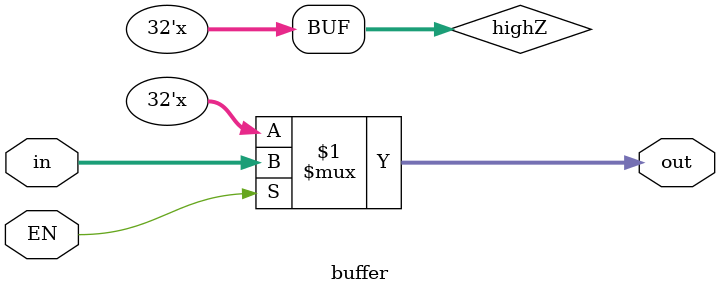
<source format=v>
`timescale 1ns / 1ps

module buffer #(parameter WIDTH=32) (
    input  wire EN,
    input  wire [WIDTH-1:0] in,
    output wire [WIDTH-1:0] out );

    reg [31:0] highZ = 32'bZ;

    assign out = EN ? in : highZ[WIDTH-1:0];

endmodule

</source>
